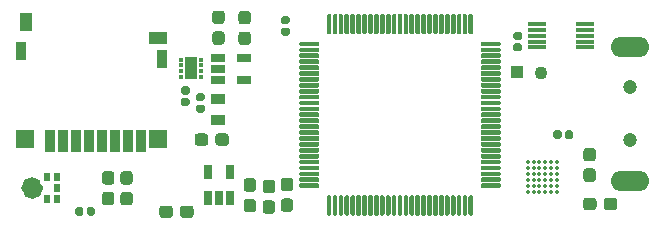
<source format=gbr>
G04 #@! TF.GenerationSoftware,KiCad,Pcbnew,(5.1.6)-1*
G04 #@! TF.CreationDate,2021-02-18T21:14:00+09:00*
G04 #@! TF.ProjectId,guardianCam_Wifi,67756172-6469-4616-9e43-616d5f576966,rev?*
G04 #@! TF.SameCoordinates,Original*
G04 #@! TF.FileFunction,Soldermask,Bot*
G04 #@! TF.FilePolarity,Negative*
%FSLAX46Y46*%
G04 Gerber Fmt 4.6, Leading zero omitted, Abs format (unit mm)*
G04 Created by KiCad (PCBNEW (5.1.6)-1) date 2021-02-18 21:14:00*
%MOMM*%
%LPD*%
G01*
G04 APERTURE LIST*
%ADD10C,0.912000*%
%ADD11C,0.350000*%
%ADD12R,0.862000X1.903400*%
%ADD13R,1.598600X1.598600*%
%ADD14R,0.938200X1.649400*%
%ADD15R,1.649400X1.141400*%
%ADD16R,1.141400X1.649400*%
%ADD17C,1.100000*%
%ADD18R,1.100000X1.100000*%
%ADD19R,1.598600X0.404800*%
%ADD20R,1.160000X0.750000*%
%ADD21R,0.750000X1.160000*%
%ADD22R,1.100000X1.900000*%
%ADD23R,0.350000X0.300000*%
%ADD24C,0.600000*%
%ADD25R,0.622000X0.700000*%
%ADD26C,1.200000*%
%ADD27O,3.300000X1.700000*%
%ADD28R,1.300000X0.900000*%
G04 APERTURE END LIST*
D10*
X85296000Y-98530000D02*
G75*
G03*
X85296000Y-98530000I-456000J0D01*
G01*
D11*
X129300000Y-98830000D03*
X129300000Y-98330000D03*
X129300000Y-97830000D03*
X129300000Y-97330000D03*
X129300000Y-96830000D03*
X129300000Y-96330000D03*
X128800000Y-98830000D03*
X128800000Y-98330000D03*
X128800000Y-97830000D03*
X128800000Y-97330000D03*
X128800000Y-96830000D03*
X128800000Y-96330000D03*
X128300000Y-98830000D03*
X128300000Y-98330000D03*
X128300000Y-97830000D03*
X128300000Y-97330000D03*
X128300000Y-96830000D03*
X128300000Y-96330000D03*
X127800000Y-98830000D03*
X127800000Y-98330000D03*
X127800000Y-97830000D03*
X127800000Y-97330000D03*
X127800000Y-96830000D03*
X127800000Y-96330000D03*
X127300000Y-98830000D03*
X127300000Y-98330000D03*
X127300000Y-97830000D03*
X127300000Y-97330000D03*
X127300000Y-96830000D03*
X127300000Y-96330000D03*
X126800000Y-98830000D03*
X126800000Y-98330000D03*
X126800000Y-97830000D03*
X126800000Y-97330000D03*
X126800000Y-96830000D03*
X126800000Y-96330000D03*
G36*
G01*
X129665000Y-93822500D02*
X129665000Y-94217500D01*
G75*
G02*
X129492500Y-94390000I-172500J0D01*
G01*
X129147500Y-94390000D01*
G75*
G02*
X128975000Y-94217500I0J172500D01*
G01*
X128975000Y-93822500D01*
G75*
G02*
X129147500Y-93650000I172500J0D01*
G01*
X129492500Y-93650000D01*
G75*
G02*
X129665000Y-93822500I0J-172500D01*
G01*
G37*
G36*
G01*
X130635000Y-93822500D02*
X130635000Y-94217500D01*
G75*
G02*
X130462500Y-94390000I-172500J0D01*
G01*
X130117500Y-94390000D01*
G75*
G02*
X129945000Y-94217500I0J172500D01*
G01*
X129945000Y-93822500D01*
G75*
G02*
X130117500Y-93650000I172500J0D01*
G01*
X130462500Y-93650000D01*
G75*
G02*
X130635000Y-93822500I0J-172500D01*
G01*
G37*
G36*
G01*
X89185000Y-100302500D02*
X89185000Y-100697500D01*
G75*
G02*
X89012500Y-100870000I-172500J0D01*
G01*
X88667500Y-100870000D01*
G75*
G02*
X88495000Y-100697500I0J172500D01*
G01*
X88495000Y-100302500D01*
G75*
G02*
X88667500Y-100130000I172500J0D01*
G01*
X89012500Y-100130000D01*
G75*
G02*
X89185000Y-100302500I0J-172500D01*
G01*
G37*
G36*
G01*
X90155000Y-100302500D02*
X90155000Y-100697500D01*
G75*
G02*
X89982500Y-100870000I-172500J0D01*
G01*
X89637500Y-100870000D01*
G75*
G02*
X89465000Y-100697500I0J172500D01*
G01*
X89465000Y-100302500D01*
G75*
G02*
X89637500Y-100130000I172500J0D01*
G01*
X89982500Y-100130000D01*
G75*
G02*
X90155000Y-100302500I0J-172500D01*
G01*
G37*
D12*
X94039288Y-94540701D03*
X92939288Y-94540701D03*
X91839287Y-94540701D03*
X90739287Y-94540701D03*
X89639289Y-94540701D03*
X88539289Y-94540701D03*
X87439289Y-94540701D03*
X86339288Y-94540701D03*
D13*
X95515000Y-94388301D03*
X84265000Y-94388301D03*
D14*
X95845208Y-87563702D03*
X83934792Y-86913701D03*
D15*
X95489684Y-85809700D03*
D16*
X84335706Y-84488702D03*
D17*
X127950000Y-88770000D03*
D18*
X125930000Y-88740000D03*
G36*
G01*
X126157500Y-85990000D02*
X125762500Y-85990000D01*
G75*
G02*
X125590000Y-85817500I0J172500D01*
G01*
X125590000Y-85472500D01*
G75*
G02*
X125762500Y-85300000I172500J0D01*
G01*
X126157500Y-85300000D01*
G75*
G02*
X126330000Y-85472500I0J-172500D01*
G01*
X126330000Y-85817500D01*
G75*
G02*
X126157500Y-85990000I-172500J0D01*
G01*
G37*
G36*
G01*
X126157500Y-86960000D02*
X125762500Y-86960000D01*
G75*
G02*
X125590000Y-86787500I0J172500D01*
G01*
X125590000Y-86442500D01*
G75*
G02*
X125762500Y-86270000I172500J0D01*
G01*
X126157500Y-86270000D01*
G75*
G02*
X126330000Y-86442500I0J-172500D01*
G01*
X126330000Y-86787500D01*
G75*
G02*
X126157500Y-86960000I-172500J0D01*
G01*
G37*
G36*
G01*
X106477500Y-84655000D02*
X106082500Y-84655000D01*
G75*
G02*
X105910000Y-84482500I0J172500D01*
G01*
X105910000Y-84137500D01*
G75*
G02*
X106082500Y-83965000I172500J0D01*
G01*
X106477500Y-83965000D01*
G75*
G02*
X106650000Y-84137500I0J-172500D01*
G01*
X106650000Y-84482500D01*
G75*
G02*
X106477500Y-84655000I-172500J0D01*
G01*
G37*
G36*
G01*
X106477500Y-85625000D02*
X106082500Y-85625000D01*
G75*
G02*
X105910000Y-85452500I0J172500D01*
G01*
X105910000Y-85107500D01*
G75*
G02*
X106082500Y-84935000I172500J0D01*
G01*
X106477500Y-84935000D01*
G75*
G02*
X106650000Y-85107500I0J-172500D01*
G01*
X106650000Y-85452500D01*
G75*
G02*
X106477500Y-85625000I-172500J0D01*
G01*
G37*
G36*
G01*
X98882500Y-91460000D02*
X99277500Y-91460000D01*
G75*
G02*
X99450000Y-91632500I0J-172500D01*
G01*
X99450000Y-91977500D01*
G75*
G02*
X99277500Y-92150000I-172500J0D01*
G01*
X98882500Y-92150000D01*
G75*
G02*
X98710000Y-91977500I0J172500D01*
G01*
X98710000Y-91632500D01*
G75*
G02*
X98882500Y-91460000I172500J0D01*
G01*
G37*
G36*
G01*
X98882500Y-90490000D02*
X99277500Y-90490000D01*
G75*
G02*
X99450000Y-90662500I0J-172500D01*
G01*
X99450000Y-91007500D01*
G75*
G02*
X99277500Y-91180000I-172500J0D01*
G01*
X98882500Y-91180000D01*
G75*
G02*
X98710000Y-91007500I0J172500D01*
G01*
X98710000Y-90662500D01*
G75*
G02*
X98882500Y-90490000I172500J0D01*
G01*
G37*
G36*
G01*
X97602500Y-90895000D02*
X97997500Y-90895000D01*
G75*
G02*
X98170000Y-91067500I0J-172500D01*
G01*
X98170000Y-91412500D01*
G75*
G02*
X97997500Y-91585000I-172500J0D01*
G01*
X97602500Y-91585000D01*
G75*
G02*
X97430000Y-91412500I0J172500D01*
G01*
X97430000Y-91067500D01*
G75*
G02*
X97602500Y-90895000I172500J0D01*
G01*
G37*
G36*
G01*
X97602500Y-89925000D02*
X97997500Y-89925000D01*
G75*
G02*
X98170000Y-90097500I0J-172500D01*
G01*
X98170000Y-90442500D01*
G75*
G02*
X97997500Y-90615000I-172500J0D01*
G01*
X97602500Y-90615000D01*
G75*
G02*
X97430000Y-90442500I0J172500D01*
G01*
X97430000Y-90097500D01*
G75*
G02*
X97602500Y-89925000I172500J0D01*
G01*
G37*
G36*
G01*
X97360000Y-100802500D02*
X97360000Y-100277500D01*
G75*
G02*
X97622500Y-100015000I262500J0D01*
G01*
X98247500Y-100015000D01*
G75*
G02*
X98510000Y-100277500I0J-262500D01*
G01*
X98510000Y-100802500D01*
G75*
G02*
X98247500Y-101065000I-262500J0D01*
G01*
X97622500Y-101065000D01*
G75*
G02*
X97360000Y-100802500I0J262500D01*
G01*
G37*
G36*
G01*
X95610000Y-100802500D02*
X95610000Y-100277500D01*
G75*
G02*
X95872500Y-100015000I262500J0D01*
G01*
X96497500Y-100015000D01*
G75*
G02*
X96760000Y-100277500I0J-262500D01*
G01*
X96760000Y-100802500D01*
G75*
G02*
X96497500Y-101065000I-262500J0D01*
G01*
X95872500Y-101065000D01*
G75*
G02*
X95610000Y-100802500I0J262500D01*
G01*
G37*
D19*
X131667400Y-84629400D03*
X131667400Y-85112000D03*
X131667400Y-85620000D03*
X131667400Y-86128000D03*
X131667400Y-86610600D03*
X127552600Y-86610600D03*
X127552600Y-86128000D03*
X127552600Y-85620000D03*
X127552600Y-85112000D03*
X127552600Y-84629400D03*
G36*
G01*
X132302500Y-96270000D02*
X131777500Y-96270000D01*
G75*
G02*
X131515000Y-96007500I0J262500D01*
G01*
X131515000Y-95382500D01*
G75*
G02*
X131777500Y-95120000I262500J0D01*
G01*
X132302500Y-95120000D01*
G75*
G02*
X132565000Y-95382500I0J-262500D01*
G01*
X132565000Y-96007500D01*
G75*
G02*
X132302500Y-96270000I-262500J0D01*
G01*
G37*
G36*
G01*
X132302500Y-98020000D02*
X131777500Y-98020000D01*
G75*
G02*
X131515000Y-97757500I0J262500D01*
G01*
X131515000Y-97132500D01*
G75*
G02*
X131777500Y-96870000I262500J0D01*
G01*
X132302500Y-96870000D01*
G75*
G02*
X132565000Y-97132500I0J-262500D01*
G01*
X132565000Y-97757500D01*
G75*
G02*
X132302500Y-98020000I-262500J0D01*
G01*
G37*
G36*
G01*
X133230000Y-100142500D02*
X133230000Y-99617500D01*
G75*
G02*
X133492500Y-99355000I262500J0D01*
G01*
X134117500Y-99355000D01*
G75*
G02*
X134380000Y-99617500I0J-262500D01*
G01*
X134380000Y-100142500D01*
G75*
G02*
X134117500Y-100405000I-262500J0D01*
G01*
X133492500Y-100405000D01*
G75*
G02*
X133230000Y-100142500I0J262500D01*
G01*
G37*
G36*
G01*
X131480000Y-100142500D02*
X131480000Y-99617500D01*
G75*
G02*
X131742500Y-99355000I262500J0D01*
G01*
X132367500Y-99355000D01*
G75*
G02*
X132630000Y-99617500I0J-262500D01*
G01*
X132630000Y-100142500D01*
G75*
G02*
X132367500Y-100405000I-262500J0D01*
G01*
X131742500Y-100405000D01*
G75*
G02*
X131480000Y-100142500I0J262500D01*
G01*
G37*
D20*
X102820000Y-89400000D03*
X102820000Y-87500000D03*
X100620000Y-87500000D03*
X100620000Y-88450000D03*
X100620000Y-89400000D03*
D21*
X101610000Y-97160000D03*
X99710000Y-97160000D03*
X99710000Y-99360000D03*
X100660000Y-99360000D03*
X101610000Y-99360000D03*
D22*
X98270000Y-88400000D03*
D23*
X99120000Y-87650000D03*
X99120000Y-88150000D03*
X99120000Y-88650000D03*
X99120000Y-89150000D03*
X97420000Y-87650000D03*
X97420000Y-88150000D03*
X97420000Y-88650000D03*
X97420000Y-89150000D03*
G36*
G01*
X107565000Y-86130000D02*
X109065000Y-86130000D01*
G75*
G02*
X109165000Y-86230000I0J-100000D01*
G01*
X109165000Y-86430000D01*
G75*
G02*
X109065000Y-86530000I-100000J0D01*
G01*
X107565000Y-86530000D01*
G75*
G02*
X107465000Y-86430000I0J100000D01*
G01*
X107465000Y-86230000D01*
G75*
G02*
X107565000Y-86130000I100000J0D01*
G01*
G37*
G36*
G01*
X107565000Y-86630000D02*
X109065000Y-86630000D01*
G75*
G02*
X109165000Y-86730000I0J-100000D01*
G01*
X109165000Y-86930000D01*
G75*
G02*
X109065000Y-87030000I-100000J0D01*
G01*
X107565000Y-87030000D01*
G75*
G02*
X107465000Y-86930000I0J100000D01*
G01*
X107465000Y-86730000D01*
G75*
G02*
X107565000Y-86630000I100000J0D01*
G01*
G37*
G36*
G01*
X107565000Y-87130000D02*
X109065000Y-87130000D01*
G75*
G02*
X109165000Y-87230000I0J-100000D01*
G01*
X109165000Y-87430000D01*
G75*
G02*
X109065000Y-87530000I-100000J0D01*
G01*
X107565000Y-87530000D01*
G75*
G02*
X107465000Y-87430000I0J100000D01*
G01*
X107465000Y-87230000D01*
G75*
G02*
X107565000Y-87130000I100000J0D01*
G01*
G37*
G36*
G01*
X107565000Y-87630000D02*
X109065000Y-87630000D01*
G75*
G02*
X109165000Y-87730000I0J-100000D01*
G01*
X109165000Y-87930000D01*
G75*
G02*
X109065000Y-88030000I-100000J0D01*
G01*
X107565000Y-88030000D01*
G75*
G02*
X107465000Y-87930000I0J100000D01*
G01*
X107465000Y-87730000D01*
G75*
G02*
X107565000Y-87630000I100000J0D01*
G01*
G37*
G36*
G01*
X107565000Y-88130000D02*
X109065000Y-88130000D01*
G75*
G02*
X109165000Y-88230000I0J-100000D01*
G01*
X109165000Y-88430000D01*
G75*
G02*
X109065000Y-88530000I-100000J0D01*
G01*
X107565000Y-88530000D01*
G75*
G02*
X107465000Y-88430000I0J100000D01*
G01*
X107465000Y-88230000D01*
G75*
G02*
X107565000Y-88130000I100000J0D01*
G01*
G37*
G36*
G01*
X107565000Y-88630000D02*
X109065000Y-88630000D01*
G75*
G02*
X109165000Y-88730000I0J-100000D01*
G01*
X109165000Y-88930000D01*
G75*
G02*
X109065000Y-89030000I-100000J0D01*
G01*
X107565000Y-89030000D01*
G75*
G02*
X107465000Y-88930000I0J100000D01*
G01*
X107465000Y-88730000D01*
G75*
G02*
X107565000Y-88630000I100000J0D01*
G01*
G37*
G36*
G01*
X107565000Y-89130000D02*
X109065000Y-89130000D01*
G75*
G02*
X109165000Y-89230000I0J-100000D01*
G01*
X109165000Y-89430000D01*
G75*
G02*
X109065000Y-89530000I-100000J0D01*
G01*
X107565000Y-89530000D01*
G75*
G02*
X107465000Y-89430000I0J100000D01*
G01*
X107465000Y-89230000D01*
G75*
G02*
X107565000Y-89130000I100000J0D01*
G01*
G37*
G36*
G01*
X107565000Y-89630000D02*
X109065000Y-89630000D01*
G75*
G02*
X109165000Y-89730000I0J-100000D01*
G01*
X109165000Y-89930000D01*
G75*
G02*
X109065000Y-90030000I-100000J0D01*
G01*
X107565000Y-90030000D01*
G75*
G02*
X107465000Y-89930000I0J100000D01*
G01*
X107465000Y-89730000D01*
G75*
G02*
X107565000Y-89630000I100000J0D01*
G01*
G37*
G36*
G01*
X107565000Y-90130000D02*
X109065000Y-90130000D01*
G75*
G02*
X109165000Y-90230000I0J-100000D01*
G01*
X109165000Y-90430000D01*
G75*
G02*
X109065000Y-90530000I-100000J0D01*
G01*
X107565000Y-90530000D01*
G75*
G02*
X107465000Y-90430000I0J100000D01*
G01*
X107465000Y-90230000D01*
G75*
G02*
X107565000Y-90130000I100000J0D01*
G01*
G37*
G36*
G01*
X107565000Y-90630000D02*
X109065000Y-90630000D01*
G75*
G02*
X109165000Y-90730000I0J-100000D01*
G01*
X109165000Y-90930000D01*
G75*
G02*
X109065000Y-91030000I-100000J0D01*
G01*
X107565000Y-91030000D01*
G75*
G02*
X107465000Y-90930000I0J100000D01*
G01*
X107465000Y-90730000D01*
G75*
G02*
X107565000Y-90630000I100000J0D01*
G01*
G37*
G36*
G01*
X107565000Y-91130000D02*
X109065000Y-91130000D01*
G75*
G02*
X109165000Y-91230000I0J-100000D01*
G01*
X109165000Y-91430000D01*
G75*
G02*
X109065000Y-91530000I-100000J0D01*
G01*
X107565000Y-91530000D01*
G75*
G02*
X107465000Y-91430000I0J100000D01*
G01*
X107465000Y-91230000D01*
G75*
G02*
X107565000Y-91130000I100000J0D01*
G01*
G37*
G36*
G01*
X107565000Y-91630000D02*
X109065000Y-91630000D01*
G75*
G02*
X109165000Y-91730000I0J-100000D01*
G01*
X109165000Y-91930000D01*
G75*
G02*
X109065000Y-92030000I-100000J0D01*
G01*
X107565000Y-92030000D01*
G75*
G02*
X107465000Y-91930000I0J100000D01*
G01*
X107465000Y-91730000D01*
G75*
G02*
X107565000Y-91630000I100000J0D01*
G01*
G37*
G36*
G01*
X107565000Y-92130000D02*
X109065000Y-92130000D01*
G75*
G02*
X109165000Y-92230000I0J-100000D01*
G01*
X109165000Y-92430000D01*
G75*
G02*
X109065000Y-92530000I-100000J0D01*
G01*
X107565000Y-92530000D01*
G75*
G02*
X107465000Y-92430000I0J100000D01*
G01*
X107465000Y-92230000D01*
G75*
G02*
X107565000Y-92130000I100000J0D01*
G01*
G37*
G36*
G01*
X107565000Y-92630000D02*
X109065000Y-92630000D01*
G75*
G02*
X109165000Y-92730000I0J-100000D01*
G01*
X109165000Y-92930000D01*
G75*
G02*
X109065000Y-93030000I-100000J0D01*
G01*
X107565000Y-93030000D01*
G75*
G02*
X107465000Y-92930000I0J100000D01*
G01*
X107465000Y-92730000D01*
G75*
G02*
X107565000Y-92630000I100000J0D01*
G01*
G37*
G36*
G01*
X107565000Y-93130000D02*
X109065000Y-93130000D01*
G75*
G02*
X109165000Y-93230000I0J-100000D01*
G01*
X109165000Y-93430000D01*
G75*
G02*
X109065000Y-93530000I-100000J0D01*
G01*
X107565000Y-93530000D01*
G75*
G02*
X107465000Y-93430000I0J100000D01*
G01*
X107465000Y-93230000D01*
G75*
G02*
X107565000Y-93130000I100000J0D01*
G01*
G37*
G36*
G01*
X107565000Y-93630000D02*
X109065000Y-93630000D01*
G75*
G02*
X109165000Y-93730000I0J-100000D01*
G01*
X109165000Y-93930000D01*
G75*
G02*
X109065000Y-94030000I-100000J0D01*
G01*
X107565000Y-94030000D01*
G75*
G02*
X107465000Y-93930000I0J100000D01*
G01*
X107465000Y-93730000D01*
G75*
G02*
X107565000Y-93630000I100000J0D01*
G01*
G37*
G36*
G01*
X107565000Y-94130000D02*
X109065000Y-94130000D01*
G75*
G02*
X109165000Y-94230000I0J-100000D01*
G01*
X109165000Y-94430000D01*
G75*
G02*
X109065000Y-94530000I-100000J0D01*
G01*
X107565000Y-94530000D01*
G75*
G02*
X107465000Y-94430000I0J100000D01*
G01*
X107465000Y-94230000D01*
G75*
G02*
X107565000Y-94130000I100000J0D01*
G01*
G37*
G36*
G01*
X107565000Y-94630000D02*
X109065000Y-94630000D01*
G75*
G02*
X109165000Y-94730000I0J-100000D01*
G01*
X109165000Y-94930000D01*
G75*
G02*
X109065000Y-95030000I-100000J0D01*
G01*
X107565000Y-95030000D01*
G75*
G02*
X107465000Y-94930000I0J100000D01*
G01*
X107465000Y-94730000D01*
G75*
G02*
X107565000Y-94630000I100000J0D01*
G01*
G37*
G36*
G01*
X107565000Y-95130000D02*
X109065000Y-95130000D01*
G75*
G02*
X109165000Y-95230000I0J-100000D01*
G01*
X109165000Y-95430000D01*
G75*
G02*
X109065000Y-95530000I-100000J0D01*
G01*
X107565000Y-95530000D01*
G75*
G02*
X107465000Y-95430000I0J100000D01*
G01*
X107465000Y-95230000D01*
G75*
G02*
X107565000Y-95130000I100000J0D01*
G01*
G37*
G36*
G01*
X107565000Y-95630000D02*
X109065000Y-95630000D01*
G75*
G02*
X109165000Y-95730000I0J-100000D01*
G01*
X109165000Y-95930000D01*
G75*
G02*
X109065000Y-96030000I-100000J0D01*
G01*
X107565000Y-96030000D01*
G75*
G02*
X107465000Y-95930000I0J100000D01*
G01*
X107465000Y-95730000D01*
G75*
G02*
X107565000Y-95630000I100000J0D01*
G01*
G37*
G36*
G01*
X107565000Y-96130000D02*
X109065000Y-96130000D01*
G75*
G02*
X109165000Y-96230000I0J-100000D01*
G01*
X109165000Y-96430000D01*
G75*
G02*
X109065000Y-96530000I-100000J0D01*
G01*
X107565000Y-96530000D01*
G75*
G02*
X107465000Y-96430000I0J100000D01*
G01*
X107465000Y-96230000D01*
G75*
G02*
X107565000Y-96130000I100000J0D01*
G01*
G37*
G36*
G01*
X107565000Y-96630000D02*
X109065000Y-96630000D01*
G75*
G02*
X109165000Y-96730000I0J-100000D01*
G01*
X109165000Y-96930000D01*
G75*
G02*
X109065000Y-97030000I-100000J0D01*
G01*
X107565000Y-97030000D01*
G75*
G02*
X107465000Y-96930000I0J100000D01*
G01*
X107465000Y-96730000D01*
G75*
G02*
X107565000Y-96630000I100000J0D01*
G01*
G37*
G36*
G01*
X107565000Y-97130000D02*
X109065000Y-97130000D01*
G75*
G02*
X109165000Y-97230000I0J-100000D01*
G01*
X109165000Y-97430000D01*
G75*
G02*
X109065000Y-97530000I-100000J0D01*
G01*
X107565000Y-97530000D01*
G75*
G02*
X107465000Y-97430000I0J100000D01*
G01*
X107465000Y-97230000D01*
G75*
G02*
X107565000Y-97130000I100000J0D01*
G01*
G37*
G36*
G01*
X107565000Y-97630000D02*
X109065000Y-97630000D01*
G75*
G02*
X109165000Y-97730000I0J-100000D01*
G01*
X109165000Y-97930000D01*
G75*
G02*
X109065000Y-98030000I-100000J0D01*
G01*
X107565000Y-98030000D01*
G75*
G02*
X107465000Y-97930000I0J100000D01*
G01*
X107465000Y-97730000D01*
G75*
G02*
X107565000Y-97630000I100000J0D01*
G01*
G37*
G36*
G01*
X107565000Y-98130000D02*
X109065000Y-98130000D01*
G75*
G02*
X109165000Y-98230000I0J-100000D01*
G01*
X109165000Y-98430000D01*
G75*
G02*
X109065000Y-98530000I-100000J0D01*
G01*
X107565000Y-98530000D01*
G75*
G02*
X107465000Y-98430000I0J100000D01*
G01*
X107465000Y-98230000D01*
G75*
G02*
X107565000Y-98130000I100000J0D01*
G01*
G37*
G36*
G01*
X109890000Y-99155000D02*
X110090000Y-99155000D01*
G75*
G02*
X110190000Y-99255000I0J-100000D01*
G01*
X110190000Y-100755000D01*
G75*
G02*
X110090000Y-100855000I-100000J0D01*
G01*
X109890000Y-100855000D01*
G75*
G02*
X109790000Y-100755000I0J100000D01*
G01*
X109790000Y-99255000D01*
G75*
G02*
X109890000Y-99155000I100000J0D01*
G01*
G37*
G36*
G01*
X110390000Y-99155000D02*
X110590000Y-99155000D01*
G75*
G02*
X110690000Y-99255000I0J-100000D01*
G01*
X110690000Y-100755000D01*
G75*
G02*
X110590000Y-100855000I-100000J0D01*
G01*
X110390000Y-100855000D01*
G75*
G02*
X110290000Y-100755000I0J100000D01*
G01*
X110290000Y-99255000D01*
G75*
G02*
X110390000Y-99155000I100000J0D01*
G01*
G37*
G36*
G01*
X110890000Y-99155000D02*
X111090000Y-99155000D01*
G75*
G02*
X111190000Y-99255000I0J-100000D01*
G01*
X111190000Y-100755000D01*
G75*
G02*
X111090000Y-100855000I-100000J0D01*
G01*
X110890000Y-100855000D01*
G75*
G02*
X110790000Y-100755000I0J100000D01*
G01*
X110790000Y-99255000D01*
G75*
G02*
X110890000Y-99155000I100000J0D01*
G01*
G37*
G36*
G01*
X111390000Y-99155000D02*
X111590000Y-99155000D01*
G75*
G02*
X111690000Y-99255000I0J-100000D01*
G01*
X111690000Y-100755000D01*
G75*
G02*
X111590000Y-100855000I-100000J0D01*
G01*
X111390000Y-100855000D01*
G75*
G02*
X111290000Y-100755000I0J100000D01*
G01*
X111290000Y-99255000D01*
G75*
G02*
X111390000Y-99155000I100000J0D01*
G01*
G37*
G36*
G01*
X111890000Y-99155000D02*
X112090000Y-99155000D01*
G75*
G02*
X112190000Y-99255000I0J-100000D01*
G01*
X112190000Y-100755000D01*
G75*
G02*
X112090000Y-100855000I-100000J0D01*
G01*
X111890000Y-100855000D01*
G75*
G02*
X111790000Y-100755000I0J100000D01*
G01*
X111790000Y-99255000D01*
G75*
G02*
X111890000Y-99155000I100000J0D01*
G01*
G37*
G36*
G01*
X112390000Y-99155000D02*
X112590000Y-99155000D01*
G75*
G02*
X112690000Y-99255000I0J-100000D01*
G01*
X112690000Y-100755000D01*
G75*
G02*
X112590000Y-100855000I-100000J0D01*
G01*
X112390000Y-100855000D01*
G75*
G02*
X112290000Y-100755000I0J100000D01*
G01*
X112290000Y-99255000D01*
G75*
G02*
X112390000Y-99155000I100000J0D01*
G01*
G37*
G36*
G01*
X112890000Y-99155000D02*
X113090000Y-99155000D01*
G75*
G02*
X113190000Y-99255000I0J-100000D01*
G01*
X113190000Y-100755000D01*
G75*
G02*
X113090000Y-100855000I-100000J0D01*
G01*
X112890000Y-100855000D01*
G75*
G02*
X112790000Y-100755000I0J100000D01*
G01*
X112790000Y-99255000D01*
G75*
G02*
X112890000Y-99155000I100000J0D01*
G01*
G37*
G36*
G01*
X113390000Y-99155000D02*
X113590000Y-99155000D01*
G75*
G02*
X113690000Y-99255000I0J-100000D01*
G01*
X113690000Y-100755000D01*
G75*
G02*
X113590000Y-100855000I-100000J0D01*
G01*
X113390000Y-100855000D01*
G75*
G02*
X113290000Y-100755000I0J100000D01*
G01*
X113290000Y-99255000D01*
G75*
G02*
X113390000Y-99155000I100000J0D01*
G01*
G37*
G36*
G01*
X113890000Y-99155000D02*
X114090000Y-99155000D01*
G75*
G02*
X114190000Y-99255000I0J-100000D01*
G01*
X114190000Y-100755000D01*
G75*
G02*
X114090000Y-100855000I-100000J0D01*
G01*
X113890000Y-100855000D01*
G75*
G02*
X113790000Y-100755000I0J100000D01*
G01*
X113790000Y-99255000D01*
G75*
G02*
X113890000Y-99155000I100000J0D01*
G01*
G37*
G36*
G01*
X114390000Y-99155000D02*
X114590000Y-99155000D01*
G75*
G02*
X114690000Y-99255000I0J-100000D01*
G01*
X114690000Y-100755000D01*
G75*
G02*
X114590000Y-100855000I-100000J0D01*
G01*
X114390000Y-100855000D01*
G75*
G02*
X114290000Y-100755000I0J100000D01*
G01*
X114290000Y-99255000D01*
G75*
G02*
X114390000Y-99155000I100000J0D01*
G01*
G37*
G36*
G01*
X114890000Y-99155000D02*
X115090000Y-99155000D01*
G75*
G02*
X115190000Y-99255000I0J-100000D01*
G01*
X115190000Y-100755000D01*
G75*
G02*
X115090000Y-100855000I-100000J0D01*
G01*
X114890000Y-100855000D01*
G75*
G02*
X114790000Y-100755000I0J100000D01*
G01*
X114790000Y-99255000D01*
G75*
G02*
X114890000Y-99155000I100000J0D01*
G01*
G37*
G36*
G01*
X115390000Y-99155000D02*
X115590000Y-99155000D01*
G75*
G02*
X115690000Y-99255000I0J-100000D01*
G01*
X115690000Y-100755000D01*
G75*
G02*
X115590000Y-100855000I-100000J0D01*
G01*
X115390000Y-100855000D01*
G75*
G02*
X115290000Y-100755000I0J100000D01*
G01*
X115290000Y-99255000D01*
G75*
G02*
X115390000Y-99155000I100000J0D01*
G01*
G37*
G36*
G01*
X115890000Y-99155000D02*
X116090000Y-99155000D01*
G75*
G02*
X116190000Y-99255000I0J-100000D01*
G01*
X116190000Y-100755000D01*
G75*
G02*
X116090000Y-100855000I-100000J0D01*
G01*
X115890000Y-100855000D01*
G75*
G02*
X115790000Y-100755000I0J100000D01*
G01*
X115790000Y-99255000D01*
G75*
G02*
X115890000Y-99155000I100000J0D01*
G01*
G37*
G36*
G01*
X116390000Y-99155000D02*
X116590000Y-99155000D01*
G75*
G02*
X116690000Y-99255000I0J-100000D01*
G01*
X116690000Y-100755000D01*
G75*
G02*
X116590000Y-100855000I-100000J0D01*
G01*
X116390000Y-100855000D01*
G75*
G02*
X116290000Y-100755000I0J100000D01*
G01*
X116290000Y-99255000D01*
G75*
G02*
X116390000Y-99155000I100000J0D01*
G01*
G37*
G36*
G01*
X116890000Y-99155000D02*
X117090000Y-99155000D01*
G75*
G02*
X117190000Y-99255000I0J-100000D01*
G01*
X117190000Y-100755000D01*
G75*
G02*
X117090000Y-100855000I-100000J0D01*
G01*
X116890000Y-100855000D01*
G75*
G02*
X116790000Y-100755000I0J100000D01*
G01*
X116790000Y-99255000D01*
G75*
G02*
X116890000Y-99155000I100000J0D01*
G01*
G37*
G36*
G01*
X117390000Y-99155000D02*
X117590000Y-99155000D01*
G75*
G02*
X117690000Y-99255000I0J-100000D01*
G01*
X117690000Y-100755000D01*
G75*
G02*
X117590000Y-100855000I-100000J0D01*
G01*
X117390000Y-100855000D01*
G75*
G02*
X117290000Y-100755000I0J100000D01*
G01*
X117290000Y-99255000D01*
G75*
G02*
X117390000Y-99155000I100000J0D01*
G01*
G37*
G36*
G01*
X117890000Y-99155000D02*
X118090000Y-99155000D01*
G75*
G02*
X118190000Y-99255000I0J-100000D01*
G01*
X118190000Y-100755000D01*
G75*
G02*
X118090000Y-100855000I-100000J0D01*
G01*
X117890000Y-100855000D01*
G75*
G02*
X117790000Y-100755000I0J100000D01*
G01*
X117790000Y-99255000D01*
G75*
G02*
X117890000Y-99155000I100000J0D01*
G01*
G37*
G36*
G01*
X118390000Y-99155000D02*
X118590000Y-99155000D01*
G75*
G02*
X118690000Y-99255000I0J-100000D01*
G01*
X118690000Y-100755000D01*
G75*
G02*
X118590000Y-100855000I-100000J0D01*
G01*
X118390000Y-100855000D01*
G75*
G02*
X118290000Y-100755000I0J100000D01*
G01*
X118290000Y-99255000D01*
G75*
G02*
X118390000Y-99155000I100000J0D01*
G01*
G37*
G36*
G01*
X118890000Y-99155000D02*
X119090000Y-99155000D01*
G75*
G02*
X119190000Y-99255000I0J-100000D01*
G01*
X119190000Y-100755000D01*
G75*
G02*
X119090000Y-100855000I-100000J0D01*
G01*
X118890000Y-100855000D01*
G75*
G02*
X118790000Y-100755000I0J100000D01*
G01*
X118790000Y-99255000D01*
G75*
G02*
X118890000Y-99155000I100000J0D01*
G01*
G37*
G36*
G01*
X119390000Y-99155000D02*
X119590000Y-99155000D01*
G75*
G02*
X119690000Y-99255000I0J-100000D01*
G01*
X119690000Y-100755000D01*
G75*
G02*
X119590000Y-100855000I-100000J0D01*
G01*
X119390000Y-100855000D01*
G75*
G02*
X119290000Y-100755000I0J100000D01*
G01*
X119290000Y-99255000D01*
G75*
G02*
X119390000Y-99155000I100000J0D01*
G01*
G37*
G36*
G01*
X119890000Y-99155000D02*
X120090000Y-99155000D01*
G75*
G02*
X120190000Y-99255000I0J-100000D01*
G01*
X120190000Y-100755000D01*
G75*
G02*
X120090000Y-100855000I-100000J0D01*
G01*
X119890000Y-100855000D01*
G75*
G02*
X119790000Y-100755000I0J100000D01*
G01*
X119790000Y-99255000D01*
G75*
G02*
X119890000Y-99155000I100000J0D01*
G01*
G37*
G36*
G01*
X120390000Y-99155000D02*
X120590000Y-99155000D01*
G75*
G02*
X120690000Y-99255000I0J-100000D01*
G01*
X120690000Y-100755000D01*
G75*
G02*
X120590000Y-100855000I-100000J0D01*
G01*
X120390000Y-100855000D01*
G75*
G02*
X120290000Y-100755000I0J100000D01*
G01*
X120290000Y-99255000D01*
G75*
G02*
X120390000Y-99155000I100000J0D01*
G01*
G37*
G36*
G01*
X120890000Y-99155000D02*
X121090000Y-99155000D01*
G75*
G02*
X121190000Y-99255000I0J-100000D01*
G01*
X121190000Y-100755000D01*
G75*
G02*
X121090000Y-100855000I-100000J0D01*
G01*
X120890000Y-100855000D01*
G75*
G02*
X120790000Y-100755000I0J100000D01*
G01*
X120790000Y-99255000D01*
G75*
G02*
X120890000Y-99155000I100000J0D01*
G01*
G37*
G36*
G01*
X121390000Y-99155000D02*
X121590000Y-99155000D01*
G75*
G02*
X121690000Y-99255000I0J-100000D01*
G01*
X121690000Y-100755000D01*
G75*
G02*
X121590000Y-100855000I-100000J0D01*
G01*
X121390000Y-100855000D01*
G75*
G02*
X121290000Y-100755000I0J100000D01*
G01*
X121290000Y-99255000D01*
G75*
G02*
X121390000Y-99155000I100000J0D01*
G01*
G37*
G36*
G01*
X121890000Y-99155000D02*
X122090000Y-99155000D01*
G75*
G02*
X122190000Y-99255000I0J-100000D01*
G01*
X122190000Y-100755000D01*
G75*
G02*
X122090000Y-100855000I-100000J0D01*
G01*
X121890000Y-100855000D01*
G75*
G02*
X121790000Y-100755000I0J100000D01*
G01*
X121790000Y-99255000D01*
G75*
G02*
X121890000Y-99155000I100000J0D01*
G01*
G37*
G36*
G01*
X122915000Y-98130000D02*
X124415000Y-98130000D01*
G75*
G02*
X124515000Y-98230000I0J-100000D01*
G01*
X124515000Y-98430000D01*
G75*
G02*
X124415000Y-98530000I-100000J0D01*
G01*
X122915000Y-98530000D01*
G75*
G02*
X122815000Y-98430000I0J100000D01*
G01*
X122815000Y-98230000D01*
G75*
G02*
X122915000Y-98130000I100000J0D01*
G01*
G37*
G36*
G01*
X122915000Y-97630000D02*
X124415000Y-97630000D01*
G75*
G02*
X124515000Y-97730000I0J-100000D01*
G01*
X124515000Y-97930000D01*
G75*
G02*
X124415000Y-98030000I-100000J0D01*
G01*
X122915000Y-98030000D01*
G75*
G02*
X122815000Y-97930000I0J100000D01*
G01*
X122815000Y-97730000D01*
G75*
G02*
X122915000Y-97630000I100000J0D01*
G01*
G37*
G36*
G01*
X122915000Y-97130000D02*
X124415000Y-97130000D01*
G75*
G02*
X124515000Y-97230000I0J-100000D01*
G01*
X124515000Y-97430000D01*
G75*
G02*
X124415000Y-97530000I-100000J0D01*
G01*
X122915000Y-97530000D01*
G75*
G02*
X122815000Y-97430000I0J100000D01*
G01*
X122815000Y-97230000D01*
G75*
G02*
X122915000Y-97130000I100000J0D01*
G01*
G37*
G36*
G01*
X122915000Y-96630000D02*
X124415000Y-96630000D01*
G75*
G02*
X124515000Y-96730000I0J-100000D01*
G01*
X124515000Y-96930000D01*
G75*
G02*
X124415000Y-97030000I-100000J0D01*
G01*
X122915000Y-97030000D01*
G75*
G02*
X122815000Y-96930000I0J100000D01*
G01*
X122815000Y-96730000D01*
G75*
G02*
X122915000Y-96630000I100000J0D01*
G01*
G37*
G36*
G01*
X122915000Y-96130000D02*
X124415000Y-96130000D01*
G75*
G02*
X124515000Y-96230000I0J-100000D01*
G01*
X124515000Y-96430000D01*
G75*
G02*
X124415000Y-96530000I-100000J0D01*
G01*
X122915000Y-96530000D01*
G75*
G02*
X122815000Y-96430000I0J100000D01*
G01*
X122815000Y-96230000D01*
G75*
G02*
X122915000Y-96130000I100000J0D01*
G01*
G37*
G36*
G01*
X122915000Y-95630000D02*
X124415000Y-95630000D01*
G75*
G02*
X124515000Y-95730000I0J-100000D01*
G01*
X124515000Y-95930000D01*
G75*
G02*
X124415000Y-96030000I-100000J0D01*
G01*
X122915000Y-96030000D01*
G75*
G02*
X122815000Y-95930000I0J100000D01*
G01*
X122815000Y-95730000D01*
G75*
G02*
X122915000Y-95630000I100000J0D01*
G01*
G37*
G36*
G01*
X122915000Y-95130000D02*
X124415000Y-95130000D01*
G75*
G02*
X124515000Y-95230000I0J-100000D01*
G01*
X124515000Y-95430000D01*
G75*
G02*
X124415000Y-95530000I-100000J0D01*
G01*
X122915000Y-95530000D01*
G75*
G02*
X122815000Y-95430000I0J100000D01*
G01*
X122815000Y-95230000D01*
G75*
G02*
X122915000Y-95130000I100000J0D01*
G01*
G37*
G36*
G01*
X122915000Y-94630000D02*
X124415000Y-94630000D01*
G75*
G02*
X124515000Y-94730000I0J-100000D01*
G01*
X124515000Y-94930000D01*
G75*
G02*
X124415000Y-95030000I-100000J0D01*
G01*
X122915000Y-95030000D01*
G75*
G02*
X122815000Y-94930000I0J100000D01*
G01*
X122815000Y-94730000D01*
G75*
G02*
X122915000Y-94630000I100000J0D01*
G01*
G37*
G36*
G01*
X122915000Y-94130000D02*
X124415000Y-94130000D01*
G75*
G02*
X124515000Y-94230000I0J-100000D01*
G01*
X124515000Y-94430000D01*
G75*
G02*
X124415000Y-94530000I-100000J0D01*
G01*
X122915000Y-94530000D01*
G75*
G02*
X122815000Y-94430000I0J100000D01*
G01*
X122815000Y-94230000D01*
G75*
G02*
X122915000Y-94130000I100000J0D01*
G01*
G37*
G36*
G01*
X122915000Y-93630000D02*
X124415000Y-93630000D01*
G75*
G02*
X124515000Y-93730000I0J-100000D01*
G01*
X124515000Y-93930000D01*
G75*
G02*
X124415000Y-94030000I-100000J0D01*
G01*
X122915000Y-94030000D01*
G75*
G02*
X122815000Y-93930000I0J100000D01*
G01*
X122815000Y-93730000D01*
G75*
G02*
X122915000Y-93630000I100000J0D01*
G01*
G37*
G36*
G01*
X122915000Y-93130000D02*
X124415000Y-93130000D01*
G75*
G02*
X124515000Y-93230000I0J-100000D01*
G01*
X124515000Y-93430000D01*
G75*
G02*
X124415000Y-93530000I-100000J0D01*
G01*
X122915000Y-93530000D01*
G75*
G02*
X122815000Y-93430000I0J100000D01*
G01*
X122815000Y-93230000D01*
G75*
G02*
X122915000Y-93130000I100000J0D01*
G01*
G37*
G36*
G01*
X122915000Y-92630000D02*
X124415000Y-92630000D01*
G75*
G02*
X124515000Y-92730000I0J-100000D01*
G01*
X124515000Y-92930000D01*
G75*
G02*
X124415000Y-93030000I-100000J0D01*
G01*
X122915000Y-93030000D01*
G75*
G02*
X122815000Y-92930000I0J100000D01*
G01*
X122815000Y-92730000D01*
G75*
G02*
X122915000Y-92630000I100000J0D01*
G01*
G37*
G36*
G01*
X122915000Y-92130000D02*
X124415000Y-92130000D01*
G75*
G02*
X124515000Y-92230000I0J-100000D01*
G01*
X124515000Y-92430000D01*
G75*
G02*
X124415000Y-92530000I-100000J0D01*
G01*
X122915000Y-92530000D01*
G75*
G02*
X122815000Y-92430000I0J100000D01*
G01*
X122815000Y-92230000D01*
G75*
G02*
X122915000Y-92130000I100000J0D01*
G01*
G37*
G36*
G01*
X122915000Y-91630000D02*
X124415000Y-91630000D01*
G75*
G02*
X124515000Y-91730000I0J-100000D01*
G01*
X124515000Y-91930000D01*
G75*
G02*
X124415000Y-92030000I-100000J0D01*
G01*
X122915000Y-92030000D01*
G75*
G02*
X122815000Y-91930000I0J100000D01*
G01*
X122815000Y-91730000D01*
G75*
G02*
X122915000Y-91630000I100000J0D01*
G01*
G37*
G36*
G01*
X122915000Y-91130000D02*
X124415000Y-91130000D01*
G75*
G02*
X124515000Y-91230000I0J-100000D01*
G01*
X124515000Y-91430000D01*
G75*
G02*
X124415000Y-91530000I-100000J0D01*
G01*
X122915000Y-91530000D01*
G75*
G02*
X122815000Y-91430000I0J100000D01*
G01*
X122815000Y-91230000D01*
G75*
G02*
X122915000Y-91130000I100000J0D01*
G01*
G37*
G36*
G01*
X122915000Y-90630000D02*
X124415000Y-90630000D01*
G75*
G02*
X124515000Y-90730000I0J-100000D01*
G01*
X124515000Y-90930000D01*
G75*
G02*
X124415000Y-91030000I-100000J0D01*
G01*
X122915000Y-91030000D01*
G75*
G02*
X122815000Y-90930000I0J100000D01*
G01*
X122815000Y-90730000D01*
G75*
G02*
X122915000Y-90630000I100000J0D01*
G01*
G37*
G36*
G01*
X122915000Y-90130000D02*
X124415000Y-90130000D01*
G75*
G02*
X124515000Y-90230000I0J-100000D01*
G01*
X124515000Y-90430000D01*
G75*
G02*
X124415000Y-90530000I-100000J0D01*
G01*
X122915000Y-90530000D01*
G75*
G02*
X122815000Y-90430000I0J100000D01*
G01*
X122815000Y-90230000D01*
G75*
G02*
X122915000Y-90130000I100000J0D01*
G01*
G37*
G36*
G01*
X122915000Y-89630000D02*
X124415000Y-89630000D01*
G75*
G02*
X124515000Y-89730000I0J-100000D01*
G01*
X124515000Y-89930000D01*
G75*
G02*
X124415000Y-90030000I-100000J0D01*
G01*
X122915000Y-90030000D01*
G75*
G02*
X122815000Y-89930000I0J100000D01*
G01*
X122815000Y-89730000D01*
G75*
G02*
X122915000Y-89630000I100000J0D01*
G01*
G37*
G36*
G01*
X122915000Y-89130000D02*
X124415000Y-89130000D01*
G75*
G02*
X124515000Y-89230000I0J-100000D01*
G01*
X124515000Y-89430000D01*
G75*
G02*
X124415000Y-89530000I-100000J0D01*
G01*
X122915000Y-89530000D01*
G75*
G02*
X122815000Y-89430000I0J100000D01*
G01*
X122815000Y-89230000D01*
G75*
G02*
X122915000Y-89130000I100000J0D01*
G01*
G37*
G36*
G01*
X122915000Y-88630000D02*
X124415000Y-88630000D01*
G75*
G02*
X124515000Y-88730000I0J-100000D01*
G01*
X124515000Y-88930000D01*
G75*
G02*
X124415000Y-89030000I-100000J0D01*
G01*
X122915000Y-89030000D01*
G75*
G02*
X122815000Y-88930000I0J100000D01*
G01*
X122815000Y-88730000D01*
G75*
G02*
X122915000Y-88630000I100000J0D01*
G01*
G37*
G36*
G01*
X122915000Y-88130000D02*
X124415000Y-88130000D01*
G75*
G02*
X124515000Y-88230000I0J-100000D01*
G01*
X124515000Y-88430000D01*
G75*
G02*
X124415000Y-88530000I-100000J0D01*
G01*
X122915000Y-88530000D01*
G75*
G02*
X122815000Y-88430000I0J100000D01*
G01*
X122815000Y-88230000D01*
G75*
G02*
X122915000Y-88130000I100000J0D01*
G01*
G37*
G36*
G01*
X122915000Y-87630000D02*
X124415000Y-87630000D01*
G75*
G02*
X124515000Y-87730000I0J-100000D01*
G01*
X124515000Y-87930000D01*
G75*
G02*
X124415000Y-88030000I-100000J0D01*
G01*
X122915000Y-88030000D01*
G75*
G02*
X122815000Y-87930000I0J100000D01*
G01*
X122815000Y-87730000D01*
G75*
G02*
X122915000Y-87630000I100000J0D01*
G01*
G37*
G36*
G01*
X122915000Y-87130000D02*
X124415000Y-87130000D01*
G75*
G02*
X124515000Y-87230000I0J-100000D01*
G01*
X124515000Y-87430000D01*
G75*
G02*
X124415000Y-87530000I-100000J0D01*
G01*
X122915000Y-87530000D01*
G75*
G02*
X122815000Y-87430000I0J100000D01*
G01*
X122815000Y-87230000D01*
G75*
G02*
X122915000Y-87130000I100000J0D01*
G01*
G37*
G36*
G01*
X122915000Y-86630000D02*
X124415000Y-86630000D01*
G75*
G02*
X124515000Y-86730000I0J-100000D01*
G01*
X124515000Y-86930000D01*
G75*
G02*
X124415000Y-87030000I-100000J0D01*
G01*
X122915000Y-87030000D01*
G75*
G02*
X122815000Y-86930000I0J100000D01*
G01*
X122815000Y-86730000D01*
G75*
G02*
X122915000Y-86630000I100000J0D01*
G01*
G37*
G36*
G01*
X122915000Y-86130000D02*
X124415000Y-86130000D01*
G75*
G02*
X124515000Y-86230000I0J-100000D01*
G01*
X124515000Y-86430000D01*
G75*
G02*
X124415000Y-86530000I-100000J0D01*
G01*
X122915000Y-86530000D01*
G75*
G02*
X122815000Y-86430000I0J100000D01*
G01*
X122815000Y-86230000D01*
G75*
G02*
X122915000Y-86130000I100000J0D01*
G01*
G37*
G36*
G01*
X121890000Y-83805000D02*
X122090000Y-83805000D01*
G75*
G02*
X122190000Y-83905000I0J-100000D01*
G01*
X122190000Y-85405000D01*
G75*
G02*
X122090000Y-85505000I-100000J0D01*
G01*
X121890000Y-85505000D01*
G75*
G02*
X121790000Y-85405000I0J100000D01*
G01*
X121790000Y-83905000D01*
G75*
G02*
X121890000Y-83805000I100000J0D01*
G01*
G37*
G36*
G01*
X121390000Y-83805000D02*
X121590000Y-83805000D01*
G75*
G02*
X121690000Y-83905000I0J-100000D01*
G01*
X121690000Y-85405000D01*
G75*
G02*
X121590000Y-85505000I-100000J0D01*
G01*
X121390000Y-85505000D01*
G75*
G02*
X121290000Y-85405000I0J100000D01*
G01*
X121290000Y-83905000D01*
G75*
G02*
X121390000Y-83805000I100000J0D01*
G01*
G37*
G36*
G01*
X120890000Y-83805000D02*
X121090000Y-83805000D01*
G75*
G02*
X121190000Y-83905000I0J-100000D01*
G01*
X121190000Y-85405000D01*
G75*
G02*
X121090000Y-85505000I-100000J0D01*
G01*
X120890000Y-85505000D01*
G75*
G02*
X120790000Y-85405000I0J100000D01*
G01*
X120790000Y-83905000D01*
G75*
G02*
X120890000Y-83805000I100000J0D01*
G01*
G37*
G36*
G01*
X120390000Y-83805000D02*
X120590000Y-83805000D01*
G75*
G02*
X120690000Y-83905000I0J-100000D01*
G01*
X120690000Y-85405000D01*
G75*
G02*
X120590000Y-85505000I-100000J0D01*
G01*
X120390000Y-85505000D01*
G75*
G02*
X120290000Y-85405000I0J100000D01*
G01*
X120290000Y-83905000D01*
G75*
G02*
X120390000Y-83805000I100000J0D01*
G01*
G37*
G36*
G01*
X119890000Y-83805000D02*
X120090000Y-83805000D01*
G75*
G02*
X120190000Y-83905000I0J-100000D01*
G01*
X120190000Y-85405000D01*
G75*
G02*
X120090000Y-85505000I-100000J0D01*
G01*
X119890000Y-85505000D01*
G75*
G02*
X119790000Y-85405000I0J100000D01*
G01*
X119790000Y-83905000D01*
G75*
G02*
X119890000Y-83805000I100000J0D01*
G01*
G37*
G36*
G01*
X119390000Y-83805000D02*
X119590000Y-83805000D01*
G75*
G02*
X119690000Y-83905000I0J-100000D01*
G01*
X119690000Y-85405000D01*
G75*
G02*
X119590000Y-85505000I-100000J0D01*
G01*
X119390000Y-85505000D01*
G75*
G02*
X119290000Y-85405000I0J100000D01*
G01*
X119290000Y-83905000D01*
G75*
G02*
X119390000Y-83805000I100000J0D01*
G01*
G37*
G36*
G01*
X118890000Y-83805000D02*
X119090000Y-83805000D01*
G75*
G02*
X119190000Y-83905000I0J-100000D01*
G01*
X119190000Y-85405000D01*
G75*
G02*
X119090000Y-85505000I-100000J0D01*
G01*
X118890000Y-85505000D01*
G75*
G02*
X118790000Y-85405000I0J100000D01*
G01*
X118790000Y-83905000D01*
G75*
G02*
X118890000Y-83805000I100000J0D01*
G01*
G37*
G36*
G01*
X118390000Y-83805000D02*
X118590000Y-83805000D01*
G75*
G02*
X118690000Y-83905000I0J-100000D01*
G01*
X118690000Y-85405000D01*
G75*
G02*
X118590000Y-85505000I-100000J0D01*
G01*
X118390000Y-85505000D01*
G75*
G02*
X118290000Y-85405000I0J100000D01*
G01*
X118290000Y-83905000D01*
G75*
G02*
X118390000Y-83805000I100000J0D01*
G01*
G37*
G36*
G01*
X117890000Y-83805000D02*
X118090000Y-83805000D01*
G75*
G02*
X118190000Y-83905000I0J-100000D01*
G01*
X118190000Y-85405000D01*
G75*
G02*
X118090000Y-85505000I-100000J0D01*
G01*
X117890000Y-85505000D01*
G75*
G02*
X117790000Y-85405000I0J100000D01*
G01*
X117790000Y-83905000D01*
G75*
G02*
X117890000Y-83805000I100000J0D01*
G01*
G37*
G36*
G01*
X117390000Y-83805000D02*
X117590000Y-83805000D01*
G75*
G02*
X117690000Y-83905000I0J-100000D01*
G01*
X117690000Y-85405000D01*
G75*
G02*
X117590000Y-85505000I-100000J0D01*
G01*
X117390000Y-85505000D01*
G75*
G02*
X117290000Y-85405000I0J100000D01*
G01*
X117290000Y-83905000D01*
G75*
G02*
X117390000Y-83805000I100000J0D01*
G01*
G37*
G36*
G01*
X116890000Y-83805000D02*
X117090000Y-83805000D01*
G75*
G02*
X117190000Y-83905000I0J-100000D01*
G01*
X117190000Y-85405000D01*
G75*
G02*
X117090000Y-85505000I-100000J0D01*
G01*
X116890000Y-85505000D01*
G75*
G02*
X116790000Y-85405000I0J100000D01*
G01*
X116790000Y-83905000D01*
G75*
G02*
X116890000Y-83805000I100000J0D01*
G01*
G37*
G36*
G01*
X116390000Y-83805000D02*
X116590000Y-83805000D01*
G75*
G02*
X116690000Y-83905000I0J-100000D01*
G01*
X116690000Y-85405000D01*
G75*
G02*
X116590000Y-85505000I-100000J0D01*
G01*
X116390000Y-85505000D01*
G75*
G02*
X116290000Y-85405000I0J100000D01*
G01*
X116290000Y-83905000D01*
G75*
G02*
X116390000Y-83805000I100000J0D01*
G01*
G37*
G36*
G01*
X115890000Y-83805000D02*
X116090000Y-83805000D01*
G75*
G02*
X116190000Y-83905000I0J-100000D01*
G01*
X116190000Y-85405000D01*
G75*
G02*
X116090000Y-85505000I-100000J0D01*
G01*
X115890000Y-85505000D01*
G75*
G02*
X115790000Y-85405000I0J100000D01*
G01*
X115790000Y-83905000D01*
G75*
G02*
X115890000Y-83805000I100000J0D01*
G01*
G37*
G36*
G01*
X115390000Y-83805000D02*
X115590000Y-83805000D01*
G75*
G02*
X115690000Y-83905000I0J-100000D01*
G01*
X115690000Y-85405000D01*
G75*
G02*
X115590000Y-85505000I-100000J0D01*
G01*
X115390000Y-85505000D01*
G75*
G02*
X115290000Y-85405000I0J100000D01*
G01*
X115290000Y-83905000D01*
G75*
G02*
X115390000Y-83805000I100000J0D01*
G01*
G37*
G36*
G01*
X114890000Y-83805000D02*
X115090000Y-83805000D01*
G75*
G02*
X115190000Y-83905000I0J-100000D01*
G01*
X115190000Y-85405000D01*
G75*
G02*
X115090000Y-85505000I-100000J0D01*
G01*
X114890000Y-85505000D01*
G75*
G02*
X114790000Y-85405000I0J100000D01*
G01*
X114790000Y-83905000D01*
G75*
G02*
X114890000Y-83805000I100000J0D01*
G01*
G37*
G36*
G01*
X114390000Y-83805000D02*
X114590000Y-83805000D01*
G75*
G02*
X114690000Y-83905000I0J-100000D01*
G01*
X114690000Y-85405000D01*
G75*
G02*
X114590000Y-85505000I-100000J0D01*
G01*
X114390000Y-85505000D01*
G75*
G02*
X114290000Y-85405000I0J100000D01*
G01*
X114290000Y-83905000D01*
G75*
G02*
X114390000Y-83805000I100000J0D01*
G01*
G37*
G36*
G01*
X113890000Y-83805000D02*
X114090000Y-83805000D01*
G75*
G02*
X114190000Y-83905000I0J-100000D01*
G01*
X114190000Y-85405000D01*
G75*
G02*
X114090000Y-85505000I-100000J0D01*
G01*
X113890000Y-85505000D01*
G75*
G02*
X113790000Y-85405000I0J100000D01*
G01*
X113790000Y-83905000D01*
G75*
G02*
X113890000Y-83805000I100000J0D01*
G01*
G37*
G36*
G01*
X113390000Y-83805000D02*
X113590000Y-83805000D01*
G75*
G02*
X113690000Y-83905000I0J-100000D01*
G01*
X113690000Y-85405000D01*
G75*
G02*
X113590000Y-85505000I-100000J0D01*
G01*
X113390000Y-85505000D01*
G75*
G02*
X113290000Y-85405000I0J100000D01*
G01*
X113290000Y-83905000D01*
G75*
G02*
X113390000Y-83805000I100000J0D01*
G01*
G37*
G36*
G01*
X112890000Y-83805000D02*
X113090000Y-83805000D01*
G75*
G02*
X113190000Y-83905000I0J-100000D01*
G01*
X113190000Y-85405000D01*
G75*
G02*
X113090000Y-85505000I-100000J0D01*
G01*
X112890000Y-85505000D01*
G75*
G02*
X112790000Y-85405000I0J100000D01*
G01*
X112790000Y-83905000D01*
G75*
G02*
X112890000Y-83805000I100000J0D01*
G01*
G37*
G36*
G01*
X112390000Y-83805000D02*
X112590000Y-83805000D01*
G75*
G02*
X112690000Y-83905000I0J-100000D01*
G01*
X112690000Y-85405000D01*
G75*
G02*
X112590000Y-85505000I-100000J0D01*
G01*
X112390000Y-85505000D01*
G75*
G02*
X112290000Y-85405000I0J100000D01*
G01*
X112290000Y-83905000D01*
G75*
G02*
X112390000Y-83805000I100000J0D01*
G01*
G37*
G36*
G01*
X111890000Y-83805000D02*
X112090000Y-83805000D01*
G75*
G02*
X112190000Y-83905000I0J-100000D01*
G01*
X112190000Y-85405000D01*
G75*
G02*
X112090000Y-85505000I-100000J0D01*
G01*
X111890000Y-85505000D01*
G75*
G02*
X111790000Y-85405000I0J100000D01*
G01*
X111790000Y-83905000D01*
G75*
G02*
X111890000Y-83805000I100000J0D01*
G01*
G37*
G36*
G01*
X111390000Y-83805000D02*
X111590000Y-83805000D01*
G75*
G02*
X111690000Y-83905000I0J-100000D01*
G01*
X111690000Y-85405000D01*
G75*
G02*
X111590000Y-85505000I-100000J0D01*
G01*
X111390000Y-85505000D01*
G75*
G02*
X111290000Y-85405000I0J100000D01*
G01*
X111290000Y-83905000D01*
G75*
G02*
X111390000Y-83805000I100000J0D01*
G01*
G37*
G36*
G01*
X110890000Y-83805000D02*
X111090000Y-83805000D01*
G75*
G02*
X111190000Y-83905000I0J-100000D01*
G01*
X111190000Y-85405000D01*
G75*
G02*
X111090000Y-85505000I-100000J0D01*
G01*
X110890000Y-85505000D01*
G75*
G02*
X110790000Y-85405000I0J100000D01*
G01*
X110790000Y-83905000D01*
G75*
G02*
X110890000Y-83805000I100000J0D01*
G01*
G37*
G36*
G01*
X110390000Y-83805000D02*
X110590000Y-83805000D01*
G75*
G02*
X110690000Y-83905000I0J-100000D01*
G01*
X110690000Y-85405000D01*
G75*
G02*
X110590000Y-85505000I-100000J0D01*
G01*
X110390000Y-85505000D01*
G75*
G02*
X110290000Y-85405000I0J100000D01*
G01*
X110290000Y-83905000D01*
G75*
G02*
X110390000Y-83805000I100000J0D01*
G01*
G37*
G36*
G01*
X109890000Y-83805000D02*
X110090000Y-83805000D01*
G75*
G02*
X110190000Y-83905000I0J-100000D01*
G01*
X110190000Y-85405000D01*
G75*
G02*
X110090000Y-85505000I-100000J0D01*
G01*
X109890000Y-85505000D01*
G75*
G02*
X109790000Y-85405000I0J100000D01*
G01*
X109790000Y-83905000D01*
G75*
G02*
X109890000Y-83805000I100000J0D01*
G01*
G37*
G36*
G01*
X106157500Y-99405000D02*
X106682500Y-99405000D01*
G75*
G02*
X106945000Y-99667500I0J-262500D01*
G01*
X106945000Y-100292500D01*
G75*
G02*
X106682500Y-100555000I-262500J0D01*
G01*
X106157500Y-100555000D01*
G75*
G02*
X105895000Y-100292500I0J262500D01*
G01*
X105895000Y-99667500D01*
G75*
G02*
X106157500Y-99405000I262500J0D01*
G01*
G37*
G36*
G01*
X106157500Y-97655000D02*
X106682500Y-97655000D01*
G75*
G02*
X106945000Y-97917500I0J-262500D01*
G01*
X106945000Y-98542500D01*
G75*
G02*
X106682500Y-98805000I-262500J0D01*
G01*
X106157500Y-98805000D01*
G75*
G02*
X105895000Y-98542500I0J262500D01*
G01*
X105895000Y-97917500D01*
G75*
G02*
X106157500Y-97655000I262500J0D01*
G01*
G37*
G36*
G01*
X104627500Y-99565000D02*
X105152500Y-99565000D01*
G75*
G02*
X105415000Y-99827500I0J-262500D01*
G01*
X105415000Y-100452500D01*
G75*
G02*
X105152500Y-100715000I-262500J0D01*
G01*
X104627500Y-100715000D01*
G75*
G02*
X104365000Y-100452500I0J262500D01*
G01*
X104365000Y-99827500D01*
G75*
G02*
X104627500Y-99565000I262500J0D01*
G01*
G37*
G36*
G01*
X104627500Y-97815000D02*
X105152500Y-97815000D01*
G75*
G02*
X105415000Y-98077500I0J-262500D01*
G01*
X105415000Y-98702500D01*
G75*
G02*
X105152500Y-98965000I-262500J0D01*
G01*
X104627500Y-98965000D01*
G75*
G02*
X104365000Y-98702500I0J262500D01*
G01*
X104365000Y-98077500D01*
G75*
G02*
X104627500Y-97815000I262500J0D01*
G01*
G37*
G36*
G01*
X92577500Y-98845000D02*
X93102500Y-98845000D01*
G75*
G02*
X93365000Y-99107500I0J-262500D01*
G01*
X93365000Y-99732500D01*
G75*
G02*
X93102500Y-99995000I-262500J0D01*
G01*
X92577500Y-99995000D01*
G75*
G02*
X92315000Y-99732500I0J262500D01*
G01*
X92315000Y-99107500D01*
G75*
G02*
X92577500Y-98845000I262500J0D01*
G01*
G37*
G36*
G01*
X92577500Y-97095000D02*
X93102500Y-97095000D01*
G75*
G02*
X93365000Y-97357500I0J-262500D01*
G01*
X93365000Y-97982500D01*
G75*
G02*
X93102500Y-98245000I-262500J0D01*
G01*
X92577500Y-98245000D01*
G75*
G02*
X92315000Y-97982500I0J262500D01*
G01*
X92315000Y-97357500D01*
G75*
G02*
X92577500Y-97095000I262500J0D01*
G01*
G37*
G36*
G01*
X91542500Y-98245000D02*
X91017500Y-98245000D01*
G75*
G02*
X90755000Y-97982500I0J262500D01*
G01*
X90755000Y-97357500D01*
G75*
G02*
X91017500Y-97095000I262500J0D01*
G01*
X91542500Y-97095000D01*
G75*
G02*
X91805000Y-97357500I0J-262500D01*
G01*
X91805000Y-97982500D01*
G75*
G02*
X91542500Y-98245000I-262500J0D01*
G01*
G37*
G36*
G01*
X91542500Y-99995000D02*
X91017500Y-99995000D01*
G75*
G02*
X90755000Y-99732500I0J262500D01*
G01*
X90755000Y-99107500D01*
G75*
G02*
X91017500Y-98845000I262500J0D01*
G01*
X91542500Y-98845000D01*
G75*
G02*
X91805000Y-99107500I0J-262500D01*
G01*
X91805000Y-99732500D01*
G75*
G02*
X91542500Y-99995000I-262500J0D01*
G01*
G37*
D24*
X84840000Y-98530000D03*
D25*
X86092000Y-97630000D03*
X86914000Y-97630000D03*
X86914000Y-98530000D03*
X86914000Y-99430000D03*
X86092000Y-99430000D03*
D26*
X135460000Y-94500000D03*
X135460000Y-90000000D03*
D27*
X135460000Y-97950000D03*
X135460000Y-86550000D03*
D28*
X100580000Y-90970000D03*
X100580000Y-92770000D03*
G36*
G01*
X103102500Y-84675000D02*
X102577500Y-84675000D01*
G75*
G02*
X102315000Y-84412500I0J262500D01*
G01*
X102315000Y-83787500D01*
G75*
G02*
X102577500Y-83525000I262500J0D01*
G01*
X103102500Y-83525000D01*
G75*
G02*
X103365000Y-83787500I0J-262500D01*
G01*
X103365000Y-84412500D01*
G75*
G02*
X103102500Y-84675000I-262500J0D01*
G01*
G37*
G36*
G01*
X103102500Y-86425000D02*
X102577500Y-86425000D01*
G75*
G02*
X102315000Y-86162500I0J262500D01*
G01*
X102315000Y-85537500D01*
G75*
G02*
X102577500Y-85275000I262500J0D01*
G01*
X103102500Y-85275000D01*
G75*
G02*
X103365000Y-85537500I0J-262500D01*
G01*
X103365000Y-86162500D01*
G75*
G02*
X103102500Y-86425000I-262500J0D01*
G01*
G37*
G36*
G01*
X99755000Y-94167500D02*
X99755000Y-94692500D01*
G75*
G02*
X99492500Y-94955000I-262500J0D01*
G01*
X98867500Y-94955000D01*
G75*
G02*
X98605000Y-94692500I0J262500D01*
G01*
X98605000Y-94167500D01*
G75*
G02*
X98867500Y-93905000I262500J0D01*
G01*
X99492500Y-93905000D01*
G75*
G02*
X99755000Y-94167500I0J-262500D01*
G01*
G37*
G36*
G01*
X101505000Y-94167500D02*
X101505000Y-94692500D01*
G75*
G02*
X101242500Y-94955000I-262500J0D01*
G01*
X100617500Y-94955000D01*
G75*
G02*
X100355000Y-94692500I0J262500D01*
G01*
X100355000Y-94167500D01*
G75*
G02*
X100617500Y-93905000I262500J0D01*
G01*
X101242500Y-93905000D01*
G75*
G02*
X101505000Y-94167500I0J-262500D01*
G01*
G37*
G36*
G01*
X103542500Y-98845000D02*
X103017500Y-98845000D01*
G75*
G02*
X102755000Y-98582500I0J262500D01*
G01*
X102755000Y-97957500D01*
G75*
G02*
X103017500Y-97695000I262500J0D01*
G01*
X103542500Y-97695000D01*
G75*
G02*
X103805000Y-97957500I0J-262500D01*
G01*
X103805000Y-98582500D01*
G75*
G02*
X103542500Y-98845000I-262500J0D01*
G01*
G37*
G36*
G01*
X103542500Y-100595000D02*
X103017500Y-100595000D01*
G75*
G02*
X102755000Y-100332500I0J262500D01*
G01*
X102755000Y-99707500D01*
G75*
G02*
X103017500Y-99445000I262500J0D01*
G01*
X103542500Y-99445000D01*
G75*
G02*
X103805000Y-99707500I0J-262500D01*
G01*
X103805000Y-100332500D01*
G75*
G02*
X103542500Y-100595000I-262500J0D01*
G01*
G37*
G36*
G01*
X100882500Y-84655000D02*
X100357500Y-84655000D01*
G75*
G02*
X100095000Y-84392500I0J262500D01*
G01*
X100095000Y-83767500D01*
G75*
G02*
X100357500Y-83505000I262500J0D01*
G01*
X100882500Y-83505000D01*
G75*
G02*
X101145000Y-83767500I0J-262500D01*
G01*
X101145000Y-84392500D01*
G75*
G02*
X100882500Y-84655000I-262500J0D01*
G01*
G37*
G36*
G01*
X100882500Y-86405000D02*
X100357500Y-86405000D01*
G75*
G02*
X100095000Y-86142500I0J262500D01*
G01*
X100095000Y-85517500D01*
G75*
G02*
X100357500Y-85255000I262500J0D01*
G01*
X100882500Y-85255000D01*
G75*
G02*
X101145000Y-85517500I0J-262500D01*
G01*
X101145000Y-86142500D01*
G75*
G02*
X100882500Y-86405000I-262500J0D01*
G01*
G37*
M02*

</source>
